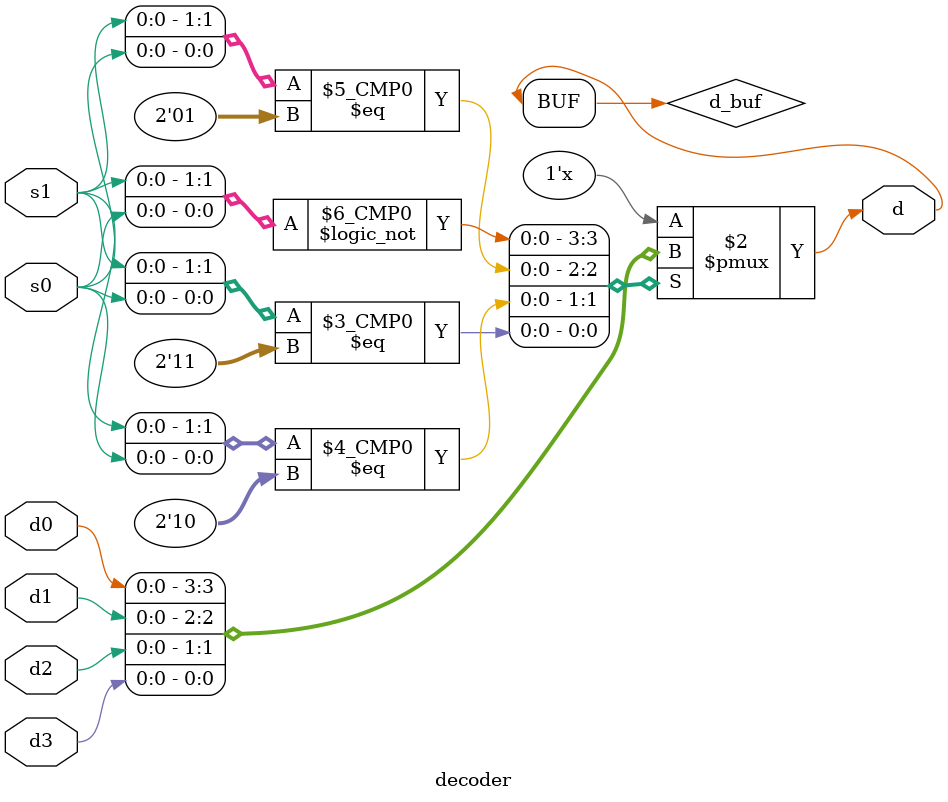
<source format=v>
`timescale 1ns / 1ps

module decoder(
    input s1,s0,d0,d1,d2,d3, 
    output d
    );
    
    // Behavioral
    reg d_buf;
    assign d = d_buf;
    
    always @(*) begin
    
        // Turn off
        d_buf = 0;
        
        // Ligh
           case({s1,s0}) 
               2'b00: d_buf = d0; 
               2'b01: d_buf = d1; 
               2'b10: d_buf = d2; 
               2'b11: d_buf = d3; 
               
               default: begin
                d_buf = 0;
                end
           endcase
    end
    
endmodule

</source>
